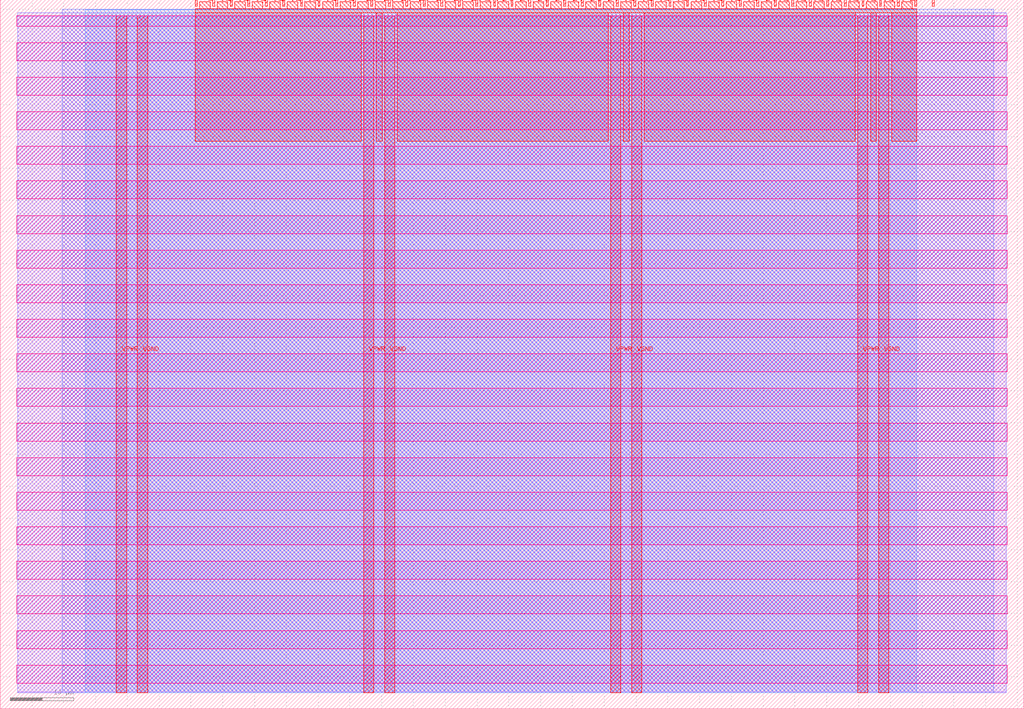
<source format=lef>
VERSION 5.7 ;
  NOWIREEXTENSIONATPIN ON ;
  DIVIDERCHAR "/" ;
  BUSBITCHARS "[]" ;
MACRO tt_um_pyamnihc_dummy_counter
  CLASS BLOCK ;
  FOREIGN tt_um_pyamnihc_dummy_counter ;
  ORIGIN 0.000 0.000 ;
  SIZE 161.000 BY 111.520 ;
  PIN VGND
    DIRECTION INOUT ;
    USE GROUND ;
    PORT
      LAYER met4 ;
        RECT 21.580 2.480 23.180 109.040 ;
    END
    PORT
      LAYER met4 ;
        RECT 60.450 2.480 62.050 109.040 ;
    END
    PORT
      LAYER met4 ;
        RECT 99.320 2.480 100.920 109.040 ;
    END
    PORT
      LAYER met4 ;
        RECT 138.190 2.480 139.790 109.040 ;
    END
  END VGND
  PIN VPWR
    DIRECTION INOUT ;
    USE POWER ;
    PORT
      LAYER met4 ;
        RECT 18.280 2.480 19.880 109.040 ;
    END
    PORT
      LAYER met4 ;
        RECT 57.150 2.480 58.750 109.040 ;
    END
    PORT
      LAYER met4 ;
        RECT 96.020 2.480 97.620 109.040 ;
    END
    PORT
      LAYER met4 ;
        RECT 134.890 2.480 136.490 109.040 ;
    END
  END VPWR
  PIN clk
    DIRECTION INPUT ;
    USE SIGNAL ;
    ANTENNAGATEAREA 0.852000 ;
    PORT
      LAYER met4 ;
        RECT 143.830 110.520 144.130 111.520 ;
    END
  END clk
  PIN ena
    DIRECTION INPUT ;
    USE SIGNAL ;
    PORT
      LAYER met4 ;
        RECT 146.590 110.520 146.890 111.520 ;
    END
  END ena
  PIN rst_n
    DIRECTION INPUT ;
    USE SIGNAL ;
    ANTENNAGATEAREA 0.196500 ;
    PORT
      LAYER met4 ;
        RECT 141.070 110.520 141.370 111.520 ;
    END
  END rst_n
  PIN ui_in[0]
    DIRECTION INPUT ;
    USE SIGNAL ;
    ANTENNAGATEAREA 0.196500 ;
    PORT
      LAYER met4 ;
        RECT 138.310 110.520 138.610 111.520 ;
    END
  END ui_in[0]
  PIN ui_in[1]
    DIRECTION INPUT ;
    USE SIGNAL ;
    ANTENNAGATEAREA 0.196500 ;
    PORT
      LAYER met4 ;
        RECT 135.550 110.520 135.850 111.520 ;
    END
  END ui_in[1]
  PIN ui_in[2]
    DIRECTION INPUT ;
    USE SIGNAL ;
    ANTENNAGATEAREA 0.196500 ;
    PORT
      LAYER met4 ;
        RECT 132.790 110.520 133.090 111.520 ;
    END
  END ui_in[2]
  PIN ui_in[3]
    DIRECTION INPUT ;
    USE SIGNAL ;
    ANTENNAGATEAREA 0.213000 ;
    PORT
      LAYER met4 ;
        RECT 130.030 110.520 130.330 111.520 ;
    END
  END ui_in[3]
  PIN ui_in[4]
    DIRECTION INPUT ;
    USE SIGNAL ;
    ANTENNAGATEAREA 0.126000 ;
    PORT
      LAYER met4 ;
        RECT 127.270 110.520 127.570 111.520 ;
    END
  END ui_in[4]
  PIN ui_in[5]
    DIRECTION INPUT ;
    USE SIGNAL ;
    ANTENNAGATEAREA 0.196500 ;
    PORT
      LAYER met4 ;
        RECT 124.510 110.520 124.810 111.520 ;
    END
  END ui_in[5]
  PIN ui_in[6]
    DIRECTION INPUT ;
    USE SIGNAL ;
    ANTENNAGATEAREA 0.213000 ;
    PORT
      LAYER met4 ;
        RECT 121.750 110.520 122.050 111.520 ;
    END
  END ui_in[6]
  PIN ui_in[7]
    DIRECTION INPUT ;
    USE SIGNAL ;
    ANTENNAGATEAREA 0.196500 ;
    PORT
      LAYER met4 ;
        RECT 118.990 110.520 119.290 111.520 ;
    END
  END ui_in[7]
  PIN uio_in[0]
    DIRECTION INPUT ;
    USE SIGNAL ;
    PORT
      LAYER met4 ;
        RECT 116.230 110.520 116.530 111.520 ;
    END
  END uio_in[0]
  PIN uio_in[1]
    DIRECTION INPUT ;
    USE SIGNAL ;
    PORT
      LAYER met4 ;
        RECT 113.470 110.520 113.770 111.520 ;
    END
  END uio_in[1]
  PIN uio_in[2]
    DIRECTION INPUT ;
    USE SIGNAL ;
    PORT
      LAYER met4 ;
        RECT 110.710 110.520 111.010 111.520 ;
    END
  END uio_in[2]
  PIN uio_in[3]
    DIRECTION INPUT ;
    USE SIGNAL ;
    PORT
      LAYER met4 ;
        RECT 107.950 110.520 108.250 111.520 ;
    END
  END uio_in[3]
  PIN uio_in[4]
    DIRECTION INPUT ;
    USE SIGNAL ;
    PORT
      LAYER met4 ;
        RECT 105.190 110.520 105.490 111.520 ;
    END
  END uio_in[4]
  PIN uio_in[5]
    DIRECTION INPUT ;
    USE SIGNAL ;
    PORT
      LAYER met4 ;
        RECT 102.430 110.520 102.730 111.520 ;
    END
  END uio_in[5]
  PIN uio_in[6]
    DIRECTION INPUT ;
    USE SIGNAL ;
    PORT
      LAYER met4 ;
        RECT 99.670 110.520 99.970 111.520 ;
    END
  END uio_in[6]
  PIN uio_in[7]
    DIRECTION INPUT ;
    USE SIGNAL ;
    PORT
      LAYER met4 ;
        RECT 96.910 110.520 97.210 111.520 ;
    END
  END uio_in[7]
  PIN uio_oe[0]
    DIRECTION OUTPUT ;
    USE SIGNAL ;
    ANTENNADIFFAREA 0.445500 ;
    PORT
      LAYER met4 ;
        RECT 49.990 110.520 50.290 111.520 ;
    END
  END uio_oe[0]
  PIN uio_oe[1]
    DIRECTION OUTPUT ;
    USE SIGNAL ;
    ANTENNADIFFAREA 0.445500 ;
    PORT
      LAYER met4 ;
        RECT 47.230 110.520 47.530 111.520 ;
    END
  END uio_oe[1]
  PIN uio_oe[2]
    DIRECTION OUTPUT ;
    USE SIGNAL ;
    ANTENNADIFFAREA 0.445500 ;
    PORT
      LAYER met4 ;
        RECT 44.470 110.520 44.770 111.520 ;
    END
  END uio_oe[2]
  PIN uio_oe[3]
    DIRECTION OUTPUT ;
    USE SIGNAL ;
    ANTENNADIFFAREA 0.445500 ;
    PORT
      LAYER met4 ;
        RECT 41.710 110.520 42.010 111.520 ;
    END
  END uio_oe[3]
  PIN uio_oe[4]
    DIRECTION OUTPUT ;
    USE SIGNAL ;
    ANTENNADIFFAREA 0.445500 ;
    PORT
      LAYER met4 ;
        RECT 38.950 110.520 39.250 111.520 ;
    END
  END uio_oe[4]
  PIN uio_oe[5]
    DIRECTION OUTPUT ;
    USE SIGNAL ;
    ANTENNADIFFAREA 0.445500 ;
    PORT
      LAYER met4 ;
        RECT 36.190 110.520 36.490 111.520 ;
    END
  END uio_oe[5]
  PIN uio_oe[6]
    DIRECTION OUTPUT ;
    USE SIGNAL ;
    ANTENNADIFFAREA 0.445500 ;
    PORT
      LAYER met4 ;
        RECT 33.430 110.520 33.730 111.520 ;
    END
  END uio_oe[6]
  PIN uio_oe[7]
    DIRECTION OUTPUT ;
    USE SIGNAL ;
    ANTENNADIFFAREA 0.445500 ;
    PORT
      LAYER met4 ;
        RECT 30.670 110.520 30.970 111.520 ;
    END
  END uio_oe[7]
  PIN uio_out[0]
    DIRECTION OUTPUT ;
    USE SIGNAL ;
    ANTENNADIFFAREA 0.891000 ;
    PORT
      LAYER met4 ;
        RECT 72.070 110.520 72.370 111.520 ;
    END
  END uio_out[0]
  PIN uio_out[1]
    DIRECTION OUTPUT ;
    USE SIGNAL ;
    ANTENNADIFFAREA 0.891000 ;
    PORT
      LAYER met4 ;
        RECT 69.310 110.520 69.610 111.520 ;
    END
  END uio_out[1]
  PIN uio_out[2]
    DIRECTION OUTPUT ;
    USE SIGNAL ;
    ANTENNADIFFAREA 0.891000 ;
    PORT
      LAYER met4 ;
        RECT 66.550 110.520 66.850 111.520 ;
    END
  END uio_out[2]
  PIN uio_out[3]
    DIRECTION OUTPUT ;
    USE SIGNAL ;
    ANTENNADIFFAREA 0.891000 ;
    PORT
      LAYER met4 ;
        RECT 63.790 110.520 64.090 111.520 ;
    END
  END uio_out[3]
  PIN uio_out[4]
    DIRECTION OUTPUT ;
    USE SIGNAL ;
    ANTENNADIFFAREA 0.891000 ;
    PORT
      LAYER met4 ;
        RECT 61.030 110.520 61.330 111.520 ;
    END
  END uio_out[4]
  PIN uio_out[5]
    DIRECTION OUTPUT ;
    USE SIGNAL ;
    ANTENNADIFFAREA 0.891000 ;
    PORT
      LAYER met4 ;
        RECT 58.270 110.520 58.570 111.520 ;
    END
  END uio_out[5]
  PIN uio_out[6]
    DIRECTION OUTPUT ;
    USE SIGNAL ;
    ANTENNADIFFAREA 0.891000 ;
    PORT
      LAYER met4 ;
        RECT 55.510 110.520 55.810 111.520 ;
    END
  END uio_out[6]
  PIN uio_out[7]
    DIRECTION OUTPUT ;
    USE SIGNAL ;
    ANTENNADIFFAREA 0.891000 ;
    PORT
      LAYER met4 ;
        RECT 52.750 110.520 53.050 111.520 ;
    END
  END uio_out[7]
  PIN uo_out[0]
    DIRECTION OUTPUT ;
    USE SIGNAL ;
    ANTENNADIFFAREA 1.484000 ;
    PORT
      LAYER met4 ;
        RECT 94.150 110.520 94.450 111.520 ;
    END
  END uo_out[0]
  PIN uo_out[1]
    DIRECTION OUTPUT ;
    USE SIGNAL ;
    ANTENNADIFFAREA 0.891000 ;
    PORT
      LAYER met4 ;
        RECT 91.390 110.520 91.690 111.520 ;
    END
  END uo_out[1]
  PIN uo_out[2]
    DIRECTION OUTPUT ;
    USE SIGNAL ;
    ANTENNADIFFAREA 0.891000 ;
    PORT
      LAYER met4 ;
        RECT 88.630 110.520 88.930 111.520 ;
    END
  END uo_out[2]
  PIN uo_out[3]
    DIRECTION OUTPUT ;
    USE SIGNAL ;
    ANTENNADIFFAREA 0.891000 ;
    PORT
      LAYER met4 ;
        RECT 85.870 110.520 86.170 111.520 ;
    END
  END uo_out[3]
  PIN uo_out[4]
    DIRECTION OUTPUT ;
    USE SIGNAL ;
    ANTENNADIFFAREA 0.891000 ;
    PORT
      LAYER met4 ;
        RECT 83.110 110.520 83.410 111.520 ;
    END
  END uo_out[4]
  PIN uo_out[5]
    DIRECTION OUTPUT ;
    USE SIGNAL ;
    ANTENNADIFFAREA 1.683800 ;
    PORT
      LAYER met4 ;
        RECT 80.350 110.520 80.650 111.520 ;
    END
  END uo_out[5]
  PIN uo_out[6]
    DIRECTION OUTPUT ;
    USE SIGNAL ;
    ANTENNADIFFAREA 0.462000 ;
    PORT
      LAYER met4 ;
        RECT 77.590 110.520 77.890 111.520 ;
    END
  END uo_out[6]
  PIN uo_out[7]
    DIRECTION OUTPUT ;
    USE SIGNAL ;
    ANTENNADIFFAREA 1.288000 ;
    PORT
      LAYER met4 ;
        RECT 74.830 110.520 75.130 111.520 ;
    END
  END uo_out[7]
  OBS
      LAYER nwell ;
        RECT 2.570 107.385 158.430 108.990 ;
        RECT 2.570 101.945 158.430 104.775 ;
        RECT 2.570 96.505 158.430 99.335 ;
        RECT 2.570 91.065 158.430 93.895 ;
        RECT 2.570 85.625 158.430 88.455 ;
        RECT 2.570 80.185 158.430 83.015 ;
        RECT 2.570 74.745 158.430 77.575 ;
        RECT 2.570 69.305 158.430 72.135 ;
        RECT 2.570 63.865 158.430 66.695 ;
        RECT 2.570 58.425 158.430 61.255 ;
        RECT 2.570 52.985 158.430 55.815 ;
        RECT 2.570 47.545 158.430 50.375 ;
        RECT 2.570 42.105 158.430 44.935 ;
        RECT 2.570 36.665 158.430 39.495 ;
        RECT 2.570 31.225 158.430 34.055 ;
        RECT 2.570 25.785 158.430 28.615 ;
        RECT 2.570 20.345 158.430 23.175 ;
        RECT 2.570 14.905 158.430 17.735 ;
        RECT 2.570 9.465 158.430 12.295 ;
        RECT 2.570 4.025 158.430 6.855 ;
      LAYER li1 ;
        RECT 2.760 2.635 158.240 108.885 ;
      LAYER met1 ;
        RECT 2.760 2.480 158.240 109.440 ;
      LAYER met2 ;
        RECT 9.760 2.535 156.300 110.005 ;
      LAYER met3 ;
        RECT 13.405 2.555 144.170 109.985 ;
      LAYER met4 ;
        RECT 31.370 110.120 33.030 111.170 ;
        RECT 34.130 110.120 35.790 111.170 ;
        RECT 36.890 110.120 38.550 111.170 ;
        RECT 39.650 110.120 41.310 111.170 ;
        RECT 42.410 110.120 44.070 111.170 ;
        RECT 45.170 110.120 46.830 111.170 ;
        RECT 47.930 110.120 49.590 111.170 ;
        RECT 50.690 110.120 52.350 111.170 ;
        RECT 53.450 110.120 55.110 111.170 ;
        RECT 56.210 110.120 57.870 111.170 ;
        RECT 58.970 110.120 60.630 111.170 ;
        RECT 61.730 110.120 63.390 111.170 ;
        RECT 64.490 110.120 66.150 111.170 ;
        RECT 67.250 110.120 68.910 111.170 ;
        RECT 70.010 110.120 71.670 111.170 ;
        RECT 72.770 110.120 74.430 111.170 ;
        RECT 75.530 110.120 77.190 111.170 ;
        RECT 78.290 110.120 79.950 111.170 ;
        RECT 81.050 110.120 82.710 111.170 ;
        RECT 83.810 110.120 85.470 111.170 ;
        RECT 86.570 110.120 88.230 111.170 ;
        RECT 89.330 110.120 90.990 111.170 ;
        RECT 92.090 110.120 93.750 111.170 ;
        RECT 94.850 110.120 96.510 111.170 ;
        RECT 97.610 110.120 99.270 111.170 ;
        RECT 100.370 110.120 102.030 111.170 ;
        RECT 103.130 110.120 104.790 111.170 ;
        RECT 105.890 110.120 107.550 111.170 ;
        RECT 108.650 110.120 110.310 111.170 ;
        RECT 111.410 110.120 113.070 111.170 ;
        RECT 114.170 110.120 115.830 111.170 ;
        RECT 116.930 110.120 118.590 111.170 ;
        RECT 119.690 110.120 121.350 111.170 ;
        RECT 122.450 110.120 124.110 111.170 ;
        RECT 125.210 110.120 126.870 111.170 ;
        RECT 127.970 110.120 129.630 111.170 ;
        RECT 130.730 110.120 132.390 111.170 ;
        RECT 133.490 110.120 135.150 111.170 ;
        RECT 136.250 110.120 137.910 111.170 ;
        RECT 139.010 110.120 140.670 111.170 ;
        RECT 141.770 110.120 143.430 111.170 ;
        RECT 30.655 109.440 144.145 110.120 ;
        RECT 30.655 89.255 56.750 109.440 ;
        RECT 59.150 89.255 60.050 109.440 ;
        RECT 62.450 89.255 95.620 109.440 ;
        RECT 98.020 89.255 98.920 109.440 ;
        RECT 101.320 89.255 134.490 109.440 ;
        RECT 136.890 89.255 137.790 109.440 ;
        RECT 140.190 89.255 144.145 109.440 ;
  END
END tt_um_pyamnihc_dummy_counter
END LIBRARY


</source>
